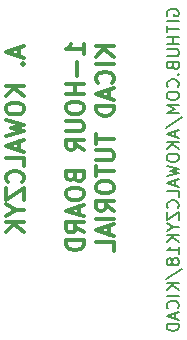
<source format=gbr>
G04 #@! TF.GenerationSoftware,KiCad,Pcbnew,(5.0.0)*
G04 #@! TF.CreationDate,2019-03-11T23:44:19-04:00*
G04 #@! TF.ProjectId,1-Hour-Board,312D486F75722D426F6172642E6B6963,rev?*
G04 #@! TF.SameCoordinates,Original*
G04 #@! TF.FileFunction,Legend,Bot*
G04 #@! TF.FilePolarity,Positive*
%FSLAX46Y46*%
G04 Gerber Fmt 4.6, Leading zero omitted, Abs format (unit mm)*
G04 Created by KiCad (PCBNEW (5.0.0)) date 03/11/19 23:44:19*
%MOMM*%
%LPD*%
G01*
G04 APERTURE LIST*
%ADD10C,0.300000*%
%ADD11C,0.177800*%
G04 APERTURE END LIST*
D10*
X105660000Y-101434285D02*
X105660000Y-102148571D01*
X106088571Y-101291428D02*
X104588571Y-101791428D01*
X106088571Y-102291428D01*
X105945714Y-102791428D02*
X106017142Y-102862857D01*
X106088571Y-102791428D01*
X106017142Y-102720000D01*
X105945714Y-102791428D01*
X106088571Y-102791428D01*
X106088571Y-104648571D02*
X104588571Y-104648571D01*
X106088571Y-105505714D02*
X105231428Y-104862857D01*
X104588571Y-105505714D02*
X105445714Y-104648571D01*
X104588571Y-106434285D02*
X104588571Y-106720000D01*
X104660000Y-106862857D01*
X104802857Y-107005714D01*
X105088571Y-107077142D01*
X105588571Y-107077142D01*
X105874285Y-107005714D01*
X106017142Y-106862857D01*
X106088571Y-106720000D01*
X106088571Y-106434285D01*
X106017142Y-106291428D01*
X105874285Y-106148571D01*
X105588571Y-106077142D01*
X105088571Y-106077142D01*
X104802857Y-106148571D01*
X104660000Y-106291428D01*
X104588571Y-106434285D01*
X104588571Y-107577142D02*
X106088571Y-107934285D01*
X105017142Y-108220000D01*
X106088571Y-108505714D01*
X104588571Y-108862857D01*
X105660000Y-109362857D02*
X105660000Y-110077142D01*
X106088571Y-109220000D02*
X104588571Y-109720000D01*
X106088571Y-110220000D01*
X106088571Y-111434285D02*
X106088571Y-110720000D01*
X104588571Y-110720000D01*
X105945714Y-112791428D02*
X106017142Y-112720000D01*
X106088571Y-112505714D01*
X106088571Y-112362857D01*
X106017142Y-112148571D01*
X105874285Y-112005714D01*
X105731428Y-111934285D01*
X105445714Y-111862857D01*
X105231428Y-111862857D01*
X104945714Y-111934285D01*
X104802857Y-112005714D01*
X104660000Y-112148571D01*
X104588571Y-112362857D01*
X104588571Y-112505714D01*
X104660000Y-112720000D01*
X104731428Y-112791428D01*
X104588571Y-113291428D02*
X104588571Y-114291428D01*
X106088571Y-113291428D01*
X106088571Y-114291428D01*
X105374285Y-115148571D02*
X106088571Y-115148571D01*
X104588571Y-114648571D02*
X105374285Y-115148571D01*
X104588571Y-115648571D01*
X106088571Y-116148571D02*
X104588571Y-116148571D01*
X106088571Y-117005714D02*
X105231428Y-116362857D01*
X104588571Y-117005714D02*
X105445714Y-116148571D01*
D11*
X118230000Y-98713333D02*
X118180952Y-98615238D01*
X118180952Y-98468095D01*
X118230000Y-98320952D01*
X118328095Y-98222857D01*
X118426190Y-98173809D01*
X118622380Y-98124761D01*
X118769523Y-98124761D01*
X118965714Y-98173809D01*
X119063809Y-98222857D01*
X119161904Y-98320952D01*
X119210952Y-98468095D01*
X119210952Y-98566190D01*
X119161904Y-98713333D01*
X119112857Y-98762380D01*
X118769523Y-98762380D01*
X118769523Y-98566190D01*
X119210952Y-99203809D02*
X118180952Y-99203809D01*
X118180952Y-99547142D02*
X118180952Y-100135714D01*
X119210952Y-99841428D02*
X118180952Y-99841428D01*
X119210952Y-100479047D02*
X118180952Y-100479047D01*
X118671428Y-100479047D02*
X118671428Y-101067619D01*
X119210952Y-101067619D02*
X118180952Y-101067619D01*
X118180952Y-101558095D02*
X119014761Y-101558095D01*
X119112857Y-101607142D01*
X119161904Y-101656190D01*
X119210952Y-101754285D01*
X119210952Y-101950476D01*
X119161904Y-102048571D01*
X119112857Y-102097619D01*
X119014761Y-102146666D01*
X118180952Y-102146666D01*
X118671428Y-102980476D02*
X118720476Y-103127619D01*
X118769523Y-103176666D01*
X118867619Y-103225714D01*
X119014761Y-103225714D01*
X119112857Y-103176666D01*
X119161904Y-103127619D01*
X119210952Y-103029523D01*
X119210952Y-102637142D01*
X118180952Y-102637142D01*
X118180952Y-102980476D01*
X118230000Y-103078571D01*
X118279047Y-103127619D01*
X118377142Y-103176666D01*
X118475238Y-103176666D01*
X118573333Y-103127619D01*
X118622380Y-103078571D01*
X118671428Y-102980476D01*
X118671428Y-102637142D01*
X119112857Y-103667142D02*
X119161904Y-103716190D01*
X119210952Y-103667142D01*
X119161904Y-103618095D01*
X119112857Y-103667142D01*
X119210952Y-103667142D01*
X119112857Y-104746190D02*
X119161904Y-104697142D01*
X119210952Y-104550000D01*
X119210952Y-104451904D01*
X119161904Y-104304761D01*
X119063809Y-104206666D01*
X118965714Y-104157619D01*
X118769523Y-104108571D01*
X118622380Y-104108571D01*
X118426190Y-104157619D01*
X118328095Y-104206666D01*
X118230000Y-104304761D01*
X118180952Y-104451904D01*
X118180952Y-104550000D01*
X118230000Y-104697142D01*
X118279047Y-104746190D01*
X118180952Y-105383809D02*
X118180952Y-105580000D01*
X118230000Y-105678095D01*
X118328095Y-105776190D01*
X118524285Y-105825238D01*
X118867619Y-105825238D01*
X119063809Y-105776190D01*
X119161904Y-105678095D01*
X119210952Y-105580000D01*
X119210952Y-105383809D01*
X119161904Y-105285714D01*
X119063809Y-105187619D01*
X118867619Y-105138571D01*
X118524285Y-105138571D01*
X118328095Y-105187619D01*
X118230000Y-105285714D01*
X118180952Y-105383809D01*
X119210952Y-106266666D02*
X118180952Y-106266666D01*
X118916666Y-106610000D01*
X118180952Y-106953333D01*
X119210952Y-106953333D01*
X118131904Y-108179523D02*
X119456190Y-107296666D01*
X118916666Y-108473809D02*
X118916666Y-108964285D01*
X119210952Y-108375714D02*
X118180952Y-108719047D01*
X119210952Y-109062380D01*
X119210952Y-109405714D02*
X118180952Y-109405714D01*
X119210952Y-109994285D02*
X118622380Y-109552857D01*
X118180952Y-109994285D02*
X118769523Y-109405714D01*
X118180952Y-110631904D02*
X118180952Y-110828095D01*
X118230000Y-110926190D01*
X118328095Y-111024285D01*
X118524285Y-111073333D01*
X118867619Y-111073333D01*
X119063809Y-111024285D01*
X119161904Y-110926190D01*
X119210952Y-110828095D01*
X119210952Y-110631904D01*
X119161904Y-110533809D01*
X119063809Y-110435714D01*
X118867619Y-110386666D01*
X118524285Y-110386666D01*
X118328095Y-110435714D01*
X118230000Y-110533809D01*
X118180952Y-110631904D01*
X118180952Y-111416666D02*
X119210952Y-111661904D01*
X118475238Y-111858095D01*
X119210952Y-112054285D01*
X118180952Y-112299523D01*
X118916666Y-112642857D02*
X118916666Y-113133333D01*
X119210952Y-112544761D02*
X118180952Y-112888095D01*
X119210952Y-113231428D01*
X119210952Y-114065238D02*
X119210952Y-113574761D01*
X118180952Y-113574761D01*
X119112857Y-114997142D02*
X119161904Y-114948095D01*
X119210952Y-114800952D01*
X119210952Y-114702857D01*
X119161904Y-114555714D01*
X119063809Y-114457619D01*
X118965714Y-114408571D01*
X118769523Y-114359523D01*
X118622380Y-114359523D01*
X118426190Y-114408571D01*
X118328095Y-114457619D01*
X118230000Y-114555714D01*
X118180952Y-114702857D01*
X118180952Y-114800952D01*
X118230000Y-114948095D01*
X118279047Y-114997142D01*
X118180952Y-115340476D02*
X118180952Y-116027142D01*
X119210952Y-115340476D01*
X119210952Y-116027142D01*
X118720476Y-116615714D02*
X119210952Y-116615714D01*
X118180952Y-116272380D02*
X118720476Y-116615714D01*
X118180952Y-116959047D01*
X119210952Y-117302380D02*
X118180952Y-117302380D01*
X119210952Y-117890952D02*
X118622380Y-117449523D01*
X118180952Y-117890952D02*
X118769523Y-117302380D01*
X119210952Y-118871904D02*
X119210952Y-118283333D01*
X119210952Y-118577619D02*
X118180952Y-118577619D01*
X118328095Y-118479523D01*
X118426190Y-118381428D01*
X118475238Y-118283333D01*
X118622380Y-119460476D02*
X118573333Y-119362380D01*
X118524285Y-119313333D01*
X118426190Y-119264285D01*
X118377142Y-119264285D01*
X118279047Y-119313333D01*
X118230000Y-119362380D01*
X118180952Y-119460476D01*
X118180952Y-119656666D01*
X118230000Y-119754761D01*
X118279047Y-119803809D01*
X118377142Y-119852857D01*
X118426190Y-119852857D01*
X118524285Y-119803809D01*
X118573333Y-119754761D01*
X118622380Y-119656666D01*
X118622380Y-119460476D01*
X118671428Y-119362380D01*
X118720476Y-119313333D01*
X118818571Y-119264285D01*
X119014761Y-119264285D01*
X119112857Y-119313333D01*
X119161904Y-119362380D01*
X119210952Y-119460476D01*
X119210952Y-119656666D01*
X119161904Y-119754761D01*
X119112857Y-119803809D01*
X119014761Y-119852857D01*
X118818571Y-119852857D01*
X118720476Y-119803809D01*
X118671428Y-119754761D01*
X118622380Y-119656666D01*
X118131904Y-121030000D02*
X119456190Y-120147142D01*
X119210952Y-121373333D02*
X118180952Y-121373333D01*
X119210952Y-121961904D02*
X118622380Y-121520476D01*
X118180952Y-121961904D02*
X118769523Y-121373333D01*
X119210952Y-122403333D02*
X118180952Y-122403333D01*
X119112857Y-123482380D02*
X119161904Y-123433333D01*
X119210952Y-123286190D01*
X119210952Y-123188095D01*
X119161904Y-123040952D01*
X119063809Y-122942857D01*
X118965714Y-122893809D01*
X118769523Y-122844761D01*
X118622380Y-122844761D01*
X118426190Y-122893809D01*
X118328095Y-122942857D01*
X118230000Y-123040952D01*
X118180952Y-123188095D01*
X118180952Y-123286190D01*
X118230000Y-123433333D01*
X118279047Y-123482380D01*
X118916666Y-123874761D02*
X118916666Y-124365238D01*
X119210952Y-123776666D02*
X118180952Y-124120000D01*
X119210952Y-124463333D01*
X119210952Y-124806666D02*
X118180952Y-124806666D01*
X118180952Y-125051904D01*
X118230000Y-125199047D01*
X118328095Y-125297142D01*
X118426190Y-125346190D01*
X118622380Y-125395238D01*
X118769523Y-125395238D01*
X118965714Y-125346190D01*
X119063809Y-125297142D01*
X119161904Y-125199047D01*
X119210952Y-125051904D01*
X119210952Y-124806666D01*
D10*
X111163571Y-101997857D02*
X111163571Y-101140714D01*
X111163571Y-101569285D02*
X109663571Y-101569285D01*
X109877857Y-101426428D01*
X110020714Y-101283571D01*
X110092142Y-101140714D01*
X110592142Y-102640714D02*
X110592142Y-103783571D01*
X111163571Y-104497857D02*
X109663571Y-104497857D01*
X110377857Y-104497857D02*
X110377857Y-105355000D01*
X111163571Y-105355000D02*
X109663571Y-105355000D01*
X109663571Y-106355000D02*
X109663571Y-106640714D01*
X109735000Y-106783571D01*
X109877857Y-106926428D01*
X110163571Y-106997857D01*
X110663571Y-106997857D01*
X110949285Y-106926428D01*
X111092142Y-106783571D01*
X111163571Y-106640714D01*
X111163571Y-106355000D01*
X111092142Y-106212142D01*
X110949285Y-106069285D01*
X110663571Y-105997857D01*
X110163571Y-105997857D01*
X109877857Y-106069285D01*
X109735000Y-106212142D01*
X109663571Y-106355000D01*
X109663571Y-107640714D02*
X110877857Y-107640714D01*
X111020714Y-107712142D01*
X111092142Y-107783571D01*
X111163571Y-107926428D01*
X111163571Y-108212142D01*
X111092142Y-108355000D01*
X111020714Y-108426428D01*
X110877857Y-108497857D01*
X109663571Y-108497857D01*
X111163571Y-110069285D02*
X110449285Y-109569285D01*
X111163571Y-109212142D02*
X109663571Y-109212142D01*
X109663571Y-109783571D01*
X109735000Y-109926428D01*
X109806428Y-109997857D01*
X109949285Y-110069285D01*
X110163571Y-110069285D01*
X110306428Y-109997857D01*
X110377857Y-109926428D01*
X110449285Y-109783571D01*
X110449285Y-109212142D01*
X110377857Y-112355000D02*
X110449285Y-112569285D01*
X110520714Y-112640714D01*
X110663571Y-112712142D01*
X110877857Y-112712142D01*
X111020714Y-112640714D01*
X111092142Y-112569285D01*
X111163571Y-112426428D01*
X111163571Y-111855000D01*
X109663571Y-111855000D01*
X109663571Y-112355000D01*
X109735000Y-112497857D01*
X109806428Y-112569285D01*
X109949285Y-112640714D01*
X110092142Y-112640714D01*
X110235000Y-112569285D01*
X110306428Y-112497857D01*
X110377857Y-112355000D01*
X110377857Y-111855000D01*
X109663571Y-113640714D02*
X109663571Y-113926428D01*
X109735000Y-114069285D01*
X109877857Y-114212142D01*
X110163571Y-114283571D01*
X110663571Y-114283571D01*
X110949285Y-114212142D01*
X111092142Y-114069285D01*
X111163571Y-113926428D01*
X111163571Y-113640714D01*
X111092142Y-113497857D01*
X110949285Y-113355000D01*
X110663571Y-113283571D01*
X110163571Y-113283571D01*
X109877857Y-113355000D01*
X109735000Y-113497857D01*
X109663571Y-113640714D01*
X110735000Y-114855000D02*
X110735000Y-115569285D01*
X111163571Y-114712142D02*
X109663571Y-115212142D01*
X111163571Y-115712142D01*
X111163571Y-117069285D02*
X110449285Y-116569285D01*
X111163571Y-116212142D02*
X109663571Y-116212142D01*
X109663571Y-116783571D01*
X109735000Y-116926428D01*
X109806428Y-116997857D01*
X109949285Y-117069285D01*
X110163571Y-117069285D01*
X110306428Y-116997857D01*
X110377857Y-116926428D01*
X110449285Y-116783571D01*
X110449285Y-116212142D01*
X111163571Y-117712142D02*
X109663571Y-117712142D01*
X109663571Y-118069285D01*
X109735000Y-118283571D01*
X109877857Y-118426428D01*
X110020714Y-118497857D01*
X110306428Y-118569285D01*
X110520714Y-118569285D01*
X110806428Y-118497857D01*
X110949285Y-118426428D01*
X111092142Y-118283571D01*
X111163571Y-118069285D01*
X111163571Y-117712142D01*
X113713571Y-101319285D02*
X112213571Y-101319285D01*
X113713571Y-102176428D02*
X112856428Y-101533571D01*
X112213571Y-102176428D02*
X113070714Y-101319285D01*
X113713571Y-102819285D02*
X112213571Y-102819285D01*
X113570714Y-104390714D02*
X113642142Y-104319285D01*
X113713571Y-104105000D01*
X113713571Y-103962142D01*
X113642142Y-103747857D01*
X113499285Y-103605000D01*
X113356428Y-103533571D01*
X113070714Y-103462142D01*
X112856428Y-103462142D01*
X112570714Y-103533571D01*
X112427857Y-103605000D01*
X112285000Y-103747857D01*
X112213571Y-103962142D01*
X112213571Y-104105000D01*
X112285000Y-104319285D01*
X112356428Y-104390714D01*
X113285000Y-104962142D02*
X113285000Y-105676428D01*
X113713571Y-104819285D02*
X112213571Y-105319285D01*
X113713571Y-105819285D01*
X113713571Y-106319285D02*
X112213571Y-106319285D01*
X112213571Y-106676428D01*
X112285000Y-106890714D01*
X112427857Y-107033571D01*
X112570714Y-107105000D01*
X112856428Y-107176428D01*
X113070714Y-107176428D01*
X113356428Y-107105000D01*
X113499285Y-107033571D01*
X113642142Y-106890714D01*
X113713571Y-106676428D01*
X113713571Y-106319285D01*
X112213571Y-108747857D02*
X112213571Y-109605000D01*
X113713571Y-109176428D02*
X112213571Y-109176428D01*
X112213571Y-110105000D02*
X113427857Y-110105000D01*
X113570714Y-110176428D01*
X113642142Y-110247857D01*
X113713571Y-110390714D01*
X113713571Y-110676428D01*
X113642142Y-110819285D01*
X113570714Y-110890714D01*
X113427857Y-110962142D01*
X112213571Y-110962142D01*
X112213571Y-111462142D02*
X112213571Y-112319285D01*
X113713571Y-111890714D02*
X112213571Y-111890714D01*
X112213571Y-113105000D02*
X112213571Y-113390714D01*
X112285000Y-113533571D01*
X112427857Y-113676428D01*
X112713571Y-113747857D01*
X113213571Y-113747857D01*
X113499285Y-113676428D01*
X113642142Y-113533571D01*
X113713571Y-113390714D01*
X113713571Y-113105000D01*
X113642142Y-112962142D01*
X113499285Y-112819285D01*
X113213571Y-112747857D01*
X112713571Y-112747857D01*
X112427857Y-112819285D01*
X112285000Y-112962142D01*
X112213571Y-113105000D01*
X113713571Y-115247857D02*
X112999285Y-114747857D01*
X113713571Y-114390714D02*
X112213571Y-114390714D01*
X112213571Y-114962142D01*
X112285000Y-115105000D01*
X112356428Y-115176428D01*
X112499285Y-115247857D01*
X112713571Y-115247857D01*
X112856428Y-115176428D01*
X112927857Y-115105000D01*
X112999285Y-114962142D01*
X112999285Y-114390714D01*
X113713571Y-115890714D02*
X112213571Y-115890714D01*
X113285000Y-116533571D02*
X113285000Y-117247857D01*
X113713571Y-116390714D02*
X112213571Y-116890714D01*
X113713571Y-117390714D01*
X113713571Y-118605000D02*
X113713571Y-117890714D01*
X112213571Y-117890714D01*
M02*

</source>
